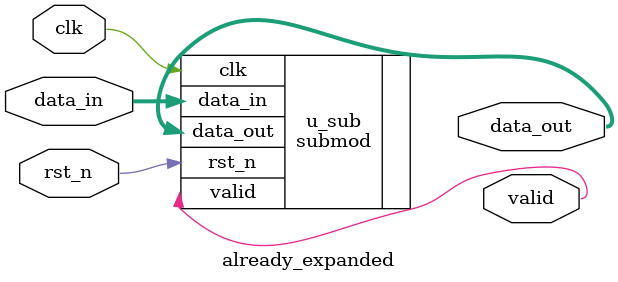
<source format=sv>
module already_expanded (
    input  logic        clk,
    input  logic        rst_n,
    input  logic [7:0]  data_in,
    output logic [7:0]  data_out,
    output logic        valid
);


    submod u_sub (/*AUTOINST*/
        // Outputs
        .data_out (data_out),
        .valid    (valid),
        // Inputs
        .clk      (clk),
        .rst_n    (rst_n),
        .data_in  (data_in)
    );

endmodule

</source>
